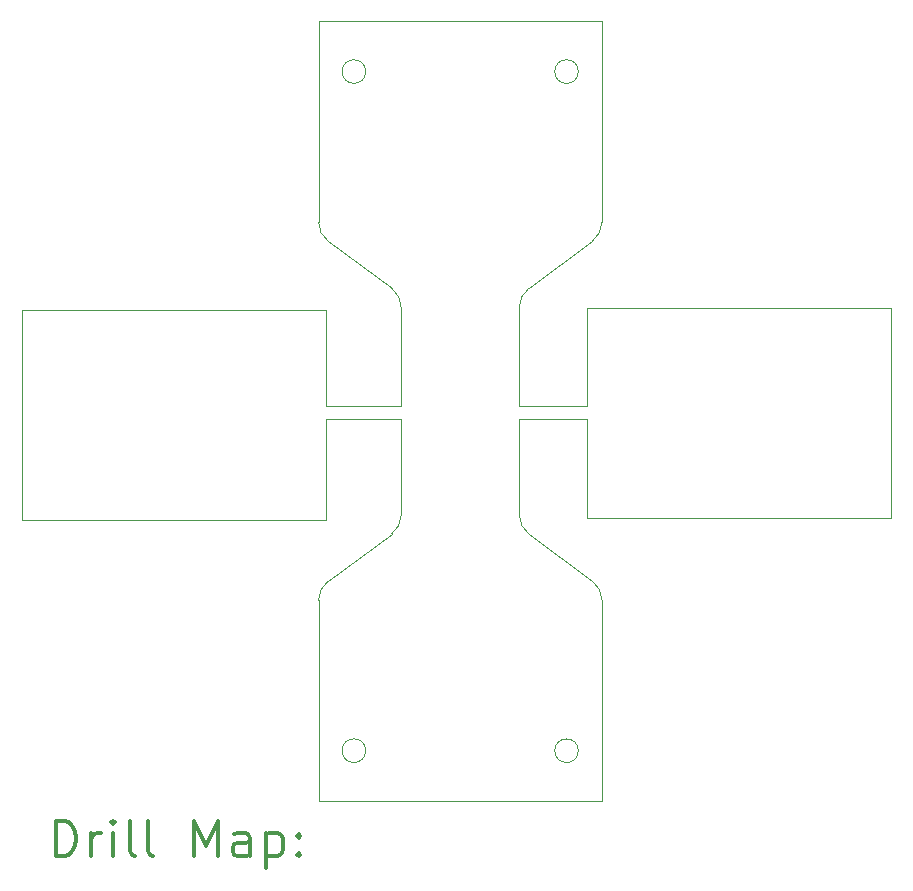
<source format=gbr>
%FSLAX45Y45*%
G04 Gerber Fmt 4.5, Leading zero omitted, Abs format (unit mm)*
G04 Created by KiCad (PCBNEW 5.1.10) date 2021-10-31 19:01:55*
%MOMM*%
%LPD*%
G01*
G04 APERTURE LIST*
%TA.AperFunction,Profile*%
%ADD10C,0.050000*%
%TD*%
%ADD11C,0.200000*%
%ADD12C,0.300000*%
G04 APERTURE END LIST*
D10*
X11415000Y-8790000D02*
X11415000Y-7975000D01*
X12050000Y-8900000D02*
X12050000Y-9709136D01*
X13050000Y-8790000D02*
X13625000Y-8790000D01*
X13050000Y-8900000D02*
X13625000Y-8900000D01*
X13050000Y-8790000D02*
X13050000Y-7950864D01*
X13625000Y-8900000D02*
X13625000Y-9735000D01*
X11415000Y-8900000D02*
X12050000Y-8900000D01*
X11415000Y-8790000D02*
X12050000Y-8790000D01*
X11430687Y-7389977D02*
X11969313Y-7790351D01*
X13750000Y-5530000D02*
X13750000Y-7229463D01*
X11430687Y-7389977D02*
G75*
G02*
X11350000Y-7229464I119313J160513D01*
G01*
X13750000Y-12130000D02*
X13750000Y-10430537D01*
X11969313Y-7790351D02*
G75*
G02*
X12050000Y-7950864I-119313J-160513D01*
G01*
X11750000Y-11705000D02*
G75*
G03*
X11750000Y-11705000I-100000J0D01*
G01*
X13050000Y-9709136D02*
X13050000Y-8900000D01*
X13669313Y-7389977D02*
X13130687Y-7790351D01*
X13750000Y-7229464D02*
G75*
G02*
X13669313Y-7389977I-200000J0D01*
G01*
X13750000Y-5530000D02*
X11350000Y-5530000D01*
X13750000Y-12130000D02*
X11350000Y-12130000D01*
X11350000Y-10430536D02*
G75*
G02*
X11430687Y-10270023I200000J0D01*
G01*
X11350000Y-5530000D02*
X11350000Y-7229464D01*
X13550000Y-11705000D02*
G75*
G03*
X13550000Y-11705000I-100000J0D01*
G01*
X13050000Y-7950864D02*
G75*
G02*
X13130687Y-7790351I200000J0D01*
G01*
X13550000Y-5955000D02*
G75*
G03*
X13550000Y-5955000I-100000J0D01*
G01*
X11430687Y-10270023D02*
X11969313Y-9869649D01*
X13669313Y-10270024D02*
G75*
G02*
X13750000Y-10430537I-119313J-160513D01*
G01*
X12050000Y-9709136D02*
G75*
G02*
X11969313Y-9869649I-200000J0D01*
G01*
X13130687Y-9869649D02*
G75*
G02*
X13050000Y-9709136I119313J160513D01*
G01*
X11750000Y-5955000D02*
G75*
G03*
X11750000Y-5955000I-100000J0D01*
G01*
X12050000Y-7950864D02*
X12050000Y-8790000D01*
X13669313Y-10270023D02*
X13130687Y-9869649D01*
X11350000Y-12130000D02*
X11350000Y-10430536D01*
X8840000Y-7975000D02*
X11415000Y-7975000D01*
X11415000Y-9750000D02*
X11415000Y-8900000D01*
X11415000Y-9750000D02*
X8840000Y-9750000D01*
X8840000Y-9750000D02*
X8840000Y-7975000D01*
X13625000Y-7960000D02*
X13625000Y-8790000D01*
X16200000Y-9735000D02*
X13625000Y-9735000D01*
X16200000Y-7960000D02*
X16200000Y-9735000D01*
X13625000Y-7960000D02*
X16200000Y-7960000D01*
D11*
D12*
X9123928Y-12598214D02*
X9123928Y-12298214D01*
X9195357Y-12298214D01*
X9238214Y-12312500D01*
X9266786Y-12341071D01*
X9281071Y-12369643D01*
X9295357Y-12426786D01*
X9295357Y-12469643D01*
X9281071Y-12526786D01*
X9266786Y-12555357D01*
X9238214Y-12583929D01*
X9195357Y-12598214D01*
X9123928Y-12598214D01*
X9423928Y-12598214D02*
X9423928Y-12398214D01*
X9423928Y-12455357D02*
X9438214Y-12426786D01*
X9452500Y-12412500D01*
X9481071Y-12398214D01*
X9509643Y-12398214D01*
X9609643Y-12598214D02*
X9609643Y-12398214D01*
X9609643Y-12298214D02*
X9595357Y-12312500D01*
X9609643Y-12326786D01*
X9623928Y-12312500D01*
X9609643Y-12298214D01*
X9609643Y-12326786D01*
X9795357Y-12598214D02*
X9766786Y-12583929D01*
X9752500Y-12555357D01*
X9752500Y-12298214D01*
X9952500Y-12598214D02*
X9923928Y-12583929D01*
X9909643Y-12555357D01*
X9909643Y-12298214D01*
X10295357Y-12598214D02*
X10295357Y-12298214D01*
X10395357Y-12512500D01*
X10495357Y-12298214D01*
X10495357Y-12598214D01*
X10766786Y-12598214D02*
X10766786Y-12441071D01*
X10752500Y-12412500D01*
X10723928Y-12398214D01*
X10666786Y-12398214D01*
X10638214Y-12412500D01*
X10766786Y-12583929D02*
X10738214Y-12598214D01*
X10666786Y-12598214D01*
X10638214Y-12583929D01*
X10623928Y-12555357D01*
X10623928Y-12526786D01*
X10638214Y-12498214D01*
X10666786Y-12483929D01*
X10738214Y-12483929D01*
X10766786Y-12469643D01*
X10909643Y-12398214D02*
X10909643Y-12698214D01*
X10909643Y-12412500D02*
X10938214Y-12398214D01*
X10995357Y-12398214D01*
X11023928Y-12412500D01*
X11038214Y-12426786D01*
X11052500Y-12455357D01*
X11052500Y-12541071D01*
X11038214Y-12569643D01*
X11023928Y-12583929D01*
X10995357Y-12598214D01*
X10938214Y-12598214D01*
X10909643Y-12583929D01*
X11181071Y-12569643D02*
X11195357Y-12583929D01*
X11181071Y-12598214D01*
X11166786Y-12583929D01*
X11181071Y-12569643D01*
X11181071Y-12598214D01*
X11181071Y-12412500D02*
X11195357Y-12426786D01*
X11181071Y-12441071D01*
X11166786Y-12426786D01*
X11181071Y-12412500D01*
X11181071Y-12441071D01*
M02*

</source>
